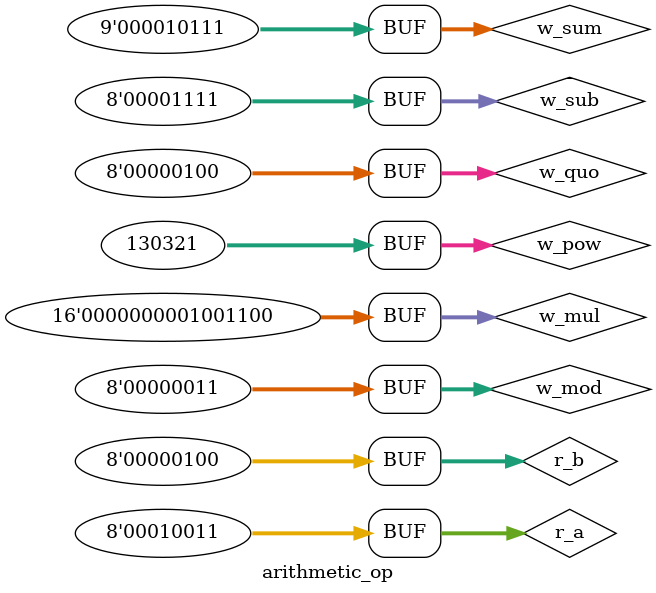
<source format=v>
`timescale 1ns/1ns

module arithmetic_op
    (
                
    );
    
    //¶¨ÒåÁ½¸ö²Ù×÷Êý
    reg [7 : 0] r_a; 
    reg [7 : 0] r_b;
    
    wire [8 : 0] w_sum;
    wire [7 : 0] w_sub;
    wire [15 : 0] w_mul;
    wire [7 : 0] w_quo;
    wire [7 : 0] w_mod;
    wire [31 : 0] w_pow;
    
    assign w_sum = r_a + r_b; //¼Ó·¨²Ù×÷·û
    assign w_sub = r_a - r_b; //¼õ·¨²Ù×÷·û
    assign w_mul = r_a * r_b; //³Ë·¨²Ù×÷·û
    assign w_quo = r_a / r_b; //³ý·¨²Ù×÷·û
    assign w_mod = r_a % r_b; //È¡Ä£²Ù×÷·û
    assign w_pow = r_a ** r_b; //³Ë·½²Ù×÷·û
    
    initial
    begin
            r_a = 8'd7;
            r_b = 8'd3;
        #10 r_a = 8'd10;
            r_b = 8'd2;
        #10 r_a = 8'd10;
            r_b = 8'hx2;
        #10 r_a = 8'd8;
            r_b = 8'hz2;
        #10 r_a = 8'd19;
            r_b = 8'd4;
    end
    
    //´òÓ¡³ö·ÂÕæ½á¹û
    initial $monitor("$time = %d, r_a = %d, r_b = %d, w_sum = %d, w_sub = %d, w_mul = %d, w_quo = %d, w_mod = %d,w_pow = %d",
                        $time, r_a, r_b, w_sum, w_sub, w_mul, w_quo, w_mod,w_pow);
                        
     
endmodule
// END OF arithmetic_op.v FILE ***************************************************





</source>
